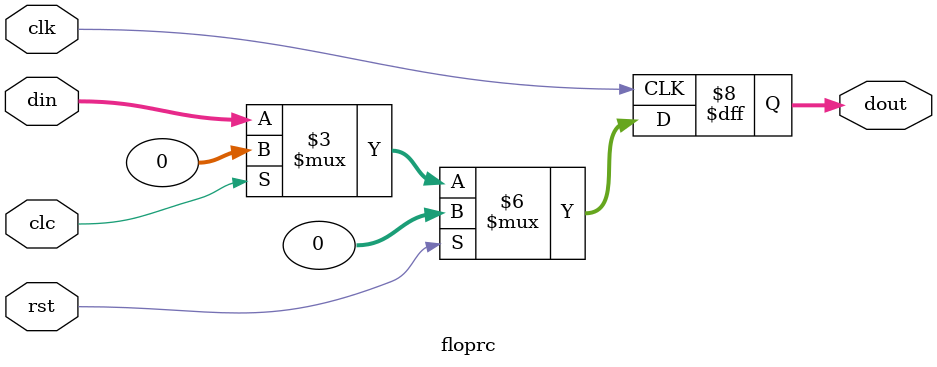
<source format=v>
`timescale 1ns / 1ps


module floprc # (parameter DATA_WIDTH = 32) (
    input clk, rst, clc,
    input [DATA_WIDTH-1:0] din,
    output reg [DATA_WIDTH-1:0] dout
);
    always @ (posedge clk) begin
        if (rst) begin
            dout <= 0;
        end else if (clc) begin
            dout <= 0;
        end else begin
            dout <= din;
        end
    end  
endmodule

</source>
